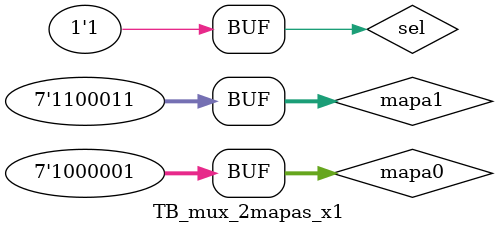
<source format=v>
module mux_2mapas_x1(
  mapa0, mapa1,
  sel,
  out
);
  input [6:0] mapa0, mapa1;
  input  sel;
  output [6:0] out;

  mux_2x1 mux0(mapa0[0], mapa1[0], sel, out[0]);
  mux_2x1 mux1(mapa0[1], mapa1[1], sel, out[1]);
  mux_2x1 mux2(mapa0[2], mapa1[2], sel, out[2]);
  mux_2x1 mux3(mapa0[3], mapa1[3], sel, out[3]);
  mux_2x1 mux4(mapa0[4], mapa1[4], sel, out[4]);
  mux_2x1 mux5(mapa0[5], mapa1[5], sel, out[5]);
  mux_2x1 mux6(mapa0[6], mapa1[6], sel, out[6]);
endmodule

module TB_mux_2mapas_x1();
  reg sel;
  reg [6:0] mapa0, mapa1;
  wire [6:0] out;

  mux_2mapas_x1 mux_2mapas_x1(mapa0, mapa1, sel, out);

  initial begin
    mapa0 = 7'b1000001;
    mapa1 = 7'b1100011;

    sel = 1'b0; #10; // out = 1000001
    sel = 1'b1; #10; // out = 1100011
  end
endmodule
</source>
